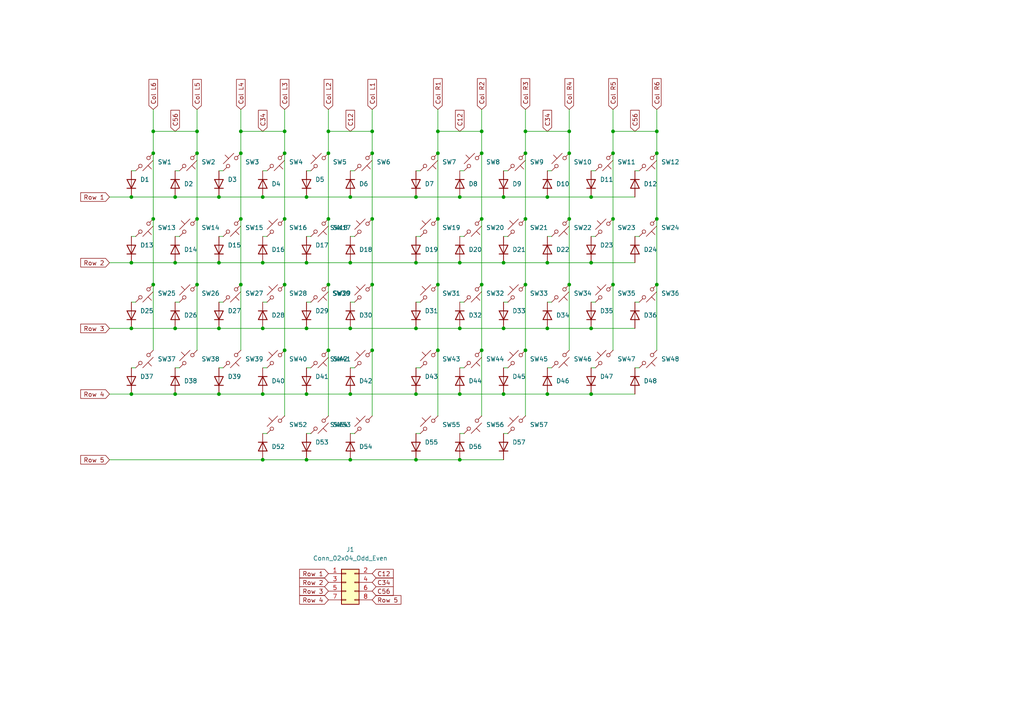
<source format=kicad_sch>
(kicad_sch (version 20230121) (generator eeschema)
  (paper "A4")
  (title_block (title "Pragmatic 54A (Duplex Matrix)") (date "2023-09-16") (rev "1") (company "Pragmatic Inc.") (comment 1 "by James Sa"))
  (lib_symbols
    (symbol "Connector_Generic:Conn_02x04_Odd_Even" (pin_names (offset 1.016) hide)
      (property "Reference" "J" (at 1.27 5.08 0))
      (property "Value" "Conn_02x04_Odd_Even" (at 1.27 -7.62 0))
      (symbol "Conn_02x04_Odd_Even_1_1"
        (rectangle (start -1.27 -4.953) (end 0 -5.207) (stroke (width 0.1524)))
        (rectangle (start -1.27 -2.413) (end 0 -2.667) (stroke (width 0.1524)))
        (rectangle (start -1.27 0.127) (end 0 -0.127) (stroke (width 0.1524)))
        (rectangle (start -1.27 2.667) (end 0 2.413) (stroke (width 0.1524)))
        (rectangle (start -1.27 3.81) (end 3.81 -6.35) (stroke (width 0.254)) (fill (type background)))
        (rectangle (start 3.81 -4.953) (end 2.54 -5.207) (stroke (width 0.1524)))
        (rectangle (start 3.81 -2.413) (end 2.54 -2.667) (stroke (width 0.1524)))
        (rectangle (start 3.81 0.127) (end 2.54 -0.127) (stroke (width 0.1524)))
        (rectangle (start 3.81 2.667) (end 2.54 2.413) (stroke (width 0.1524)))
        (pin passive line (at -5.08 2.54 0) (length 3.81) (name "Pin_1") (number "1"))
        (pin passive line (at 7.62 2.54 180) (length 3.81) (name "Pin_2") (number "2"))
        (pin passive line (at -5.08 0 0) (length 3.81) (name "Pin_3") (number "3"))
        (pin passive line (at 7.62 0 180) (length 3.81) (name "Pin_4") (number "4"))
        (pin passive line (at -5.08 -2.54 0) (length 3.81) (name "Pin_5") (number "5"))
        (pin passive line (at 7.62 -2.54 180) (length 3.81) (name "Pin_6") (number "6"))
        (pin passive line (at -5.08 -5.08 0) (length 3.81) (name "Pin_7") (number "7"))
        (pin passive line (at 7.62 -5.08 180) (length 3.81) (name "Pin_8") (number "8"))
      )
    )
    (symbol "Diode:1N4448W" (pin_numbers hide) (pin_names hide)
      (property "Reference" "D" (at 0 2.54 0))
      (property "Value" "1N4448W" (at 0 -2.54 0))
      (symbol "1N4448W_0_1"
        (polyline (pts (xy -1.27 1.27) (xy -1.27 -1.27)) (stroke (width 0.254)))
        (polyline (pts (xy 1.27 0) (xy -1.27 0)))
        (polyline (pts (xy 1.27 1.27) (xy 1.27 -1.27) (xy -1.27 0) (xy 1.27 1.27)) (stroke (width 0.254)))
      )
      (symbol "1N4448W_1_1"
        (pin passive line (at -3.81 0 0) (length 2.54) (name "K") (number "1"))
        (pin passive line (at 3.81 0 180) (length 2.54) (name "A") (number "2"))
      )
    )
    (symbol "Switch:SW_Push_45deg" (pin_numbers hide) (pin_names (offset 1.016) hide)
      (property "Reference" "SW" (at 3.048 1.016 0))
      (property "Value" "SW_Push_45deg" (at 0 -3.81 0))
      (symbol "SW_Push_45deg_0_1"
        (circle (center -1.1684 1.1684) (radius 0.508))
        (polyline (pts (xy -0.508 2.54) (xy 2.54 -0.508)))
        (polyline (pts (xy 1.016 1.016) (xy 2.032 2.032)))
        (polyline (pts (xy -2.54 2.54) (xy -1.524 1.524) (xy -1.524 1.524)))
        (polyline (pts (xy 1.524 -1.524) (xy 2.54 -2.54) (xy 2.54 -2.54) (xy 2.54 -2.54)))
        (circle (center 1.143 -1.1938) (radius 0.508))
        (pin passive line (at -2.54 2.54 0) (length 0) (name "1") (number "1"))
        (pin passive line (at 2.54 -2.54 180) (length 0) (name "2") (number "2"))
      )
    )
  )
  (junction (at 139.7 101.6))
  (junction (at 127 82.55))
  (junction (at 38.1 95.25))
  (junction (at 165.1 44.45))
  (junction (at 107.95 101.6))
  (junction (at 101.6 95.25))
  (junction (at 44.45 82.55))
  (junction (at 146.05 95.25))
  (junction (at 139.7 38.1))
  (junction (at 146.05 57.15))
  (junction (at 88.9 95.25))
  (junction (at 95.25 38.1))
  (junction (at 57.15 63.5))
  (junction (at 69.85 44.45))
  (junction (at 171.45 76.2))
  (junction (at 152.4 38.1))
  (junction (at 107.95 82.55))
  (junction (at 63.5 76.2))
  (junction (at 101.6 133.35))
  (junction (at 57.15 82.55))
  (junction (at 171.45 95.25))
  (junction (at 76.2 57.15))
  (junction (at 158.75 95.25))
  (junction (at 152.4 63.5))
  (junction (at 50.8 95.25))
  (junction (at 165.1 63.5))
  (junction (at 177.8 44.45))
  (junction (at 63.5 57.15))
  (junction (at 88.9 114.3))
  (junction (at 76.2 114.3))
  (junction (at 69.85 63.5))
  (junction (at 38.1 114.3))
  (junction (at 120.65 57.15))
  (junction (at 152.4 82.55))
  (junction (at 165.1 38.1))
  (junction (at 152.4 101.6))
  (junction (at 82.55 101.6))
  (junction (at 120.65 76.2))
  (junction (at 120.65 133.35))
  (junction (at 44.45 63.5))
  (junction (at 133.35 95.25))
  (junction (at 177.8 38.1))
  (junction (at 190.5 38.1))
  (junction (at 69.85 38.1))
  (junction (at 139.7 44.45))
  (junction (at 88.9 57.15))
  (junction (at 127 63.5))
  (junction (at 133.35 114.3))
  (junction (at 146.05 114.3))
  (junction (at 120.65 114.3))
  (junction (at 63.5 95.25))
  (junction (at 107.95 38.1))
  (junction (at 139.7 82.55))
  (junction (at 76.2 95.25))
  (junction (at 88.9 76.2))
  (junction (at 38.1 57.15))
  (junction (at 82.55 82.55))
  (junction (at 76.2 133.35))
  (junction (at 127 101.6))
  (junction (at 101.6 57.15))
  (junction (at 190.5 82.55))
  (junction (at 50.8 114.3))
  (junction (at 165.1 82.55))
  (junction (at 190.5 63.5))
  (junction (at 133.35 133.35))
  (junction (at 133.35 76.2))
  (junction (at 107.95 63.5))
  (junction (at 127 38.1))
  (junction (at 50.8 76.2))
  (junction (at 82.55 38.1))
  (junction (at 101.6 114.3))
  (junction (at 127 44.45))
  (junction (at 57.15 44.45))
  (junction (at 120.65 95.25))
  (junction (at 82.55 63.5))
  (junction (at 171.45 114.3))
  (junction (at 76.2 76.2))
  (junction (at 44.45 44.45))
  (junction (at 107.95 44.45))
  (junction (at 95.25 82.55))
  (junction (at 171.45 57.15))
  (junction (at 63.5 114.3))
  (junction (at 101.6 76.2))
  (junction (at 44.45 38.1))
  (junction (at 133.35 57.15))
  (junction (at 82.55 44.45))
  (junction (at 158.75 76.2))
  (junction (at 177.8 63.5))
  (junction (at 158.75 57.15))
  (junction (at 158.75 114.3))
  (junction (at 177.8 82.55))
  (junction (at 50.8 57.15))
  (junction (at 190.5 44.45))
  (junction (at 95.25 63.5))
  (junction (at 95.25 101.6))
  (junction (at 152.4 44.45))
  (junction (at 95.25 44.45))
  (junction (at 57.15 38.1))
  (junction (at 88.9 133.35))
  (junction (at 69.85 82.55))
  (junction (at 38.1 76.2))
  (junction (at 139.7 63.5))
  (junction (at 146.05 76.2))
  (wire (pts (xy 172.72 87.63) (xy 171.45 87.63)))
  (wire (pts (xy 57.15 63.5) (xy 57.15 82.55)))
  (wire (pts (xy 76.2 95.25) (xy 88.9 95.25)))
  (wire (pts (xy 76.2 57.15) (xy 88.9 57.15)))
  (wire (pts (xy 76.2 114.3) (xy 88.9 114.3)))
  (wire (pts (xy 107.95 82.55) (xy 107.95 101.6)))
  (wire (pts (xy 127 31.75) (xy 127 38.1)))
  (wire (pts (xy 76.2 125.73) (xy 77.47 125.73)))
  (wire (pts (xy 69.85 44.45) (xy 69.85 63.5)))
  (wire (pts (xy 165.1 38.1) (xy 165.1 44.45)))
  (wire (pts (xy 120.65 133.35) (xy 133.35 133.35)))
  (wire (pts (xy 69.85 38.1) (xy 69.85 44.45)))
  (wire (pts (xy 165.1 31.75) (xy 165.1 38.1)))
  (wire (pts (xy 177.8 31.75) (xy 177.8 38.1)))
  (wire (pts (xy 158.75 68.58) (xy 160.02 68.58)))
  (wire (pts (xy 76.2 87.63) (xy 77.47 87.63)))
  (wire (pts (xy 171.45 76.2) (xy 184.15 76.2)))
  (wire (pts (xy 158.75 76.2) (xy 171.45 76.2)))
  (wire (pts (xy 146.05 114.3) (xy 158.75 114.3)))
  (wire (pts (xy 76.2 133.35) (xy 88.9 133.35)))
  (wire (pts (xy 50.8 49.53) (xy 52.07 49.53)))
  (wire (pts (xy 64.77 87.63) (xy 63.5 87.63)))
  (wire (pts (xy 152.4 38.1) (xy 152.4 44.45)))
  (wire (pts (xy 152.4 63.5) (xy 152.4 82.55)))
  (wire (pts (xy 133.35 68.58) (xy 134.62 68.58)))
  (wire (pts (xy 44.45 63.5) (xy 44.45 82.55)))
  (wire (pts (xy 38.1 95.25) (xy 50.8 95.25)))
  (wire (pts (xy 147.32 87.63) (xy 146.05 87.63)))
  (wire (pts (xy 69.85 63.5) (xy 69.85 82.55)))
  (wire (pts (xy 121.92 106.68) (xy 120.65 106.68)))
  (wire (pts (xy 82.55 63.5) (xy 82.55 82.55)))
  (wire (pts (xy 95.25 38.1) (xy 107.95 38.1)))
  (wire (pts (xy 57.15 31.75) (xy 57.15 38.1)))
  (wire (pts (xy 121.92 68.58) (xy 120.65 68.58)))
  (wire (pts (xy 69.85 82.55) (xy 69.85 101.6)))
  (wire (pts (xy 133.35 114.3) (xy 146.05 114.3)))
  (wire (pts (xy 107.95 63.5) (xy 107.95 82.55)))
  (wire (pts (xy 101.6 106.68) (xy 102.87 106.68)))
  (wire (pts (xy 120.65 49.53) (xy 121.92 49.53)))
  (wire (pts (xy 50.8 76.2) (xy 63.5 76.2)))
  (wire (pts (xy 57.15 38.1) (xy 57.15 44.45)))
  (wire (pts (xy 82.55 44.45) (xy 82.55 63.5)))
  (wire (pts (xy 82.55 31.75) (xy 82.55 38.1)))
  (wire (pts (xy 158.75 57.15) (xy 171.45 57.15)))
  (wire (pts (xy 184.15 68.58) (xy 185.42 68.58)))
  (wire (pts (xy 190.5 63.5) (xy 190.5 82.55)))
  (wire (pts (xy 177.8 82.55) (xy 177.8 101.6)))
  (wire (pts (xy 158.75 114.3) (xy 171.45 114.3)))
  (wire (pts (xy 101.6 57.15) (xy 120.65 57.15)))
  (wire (pts (xy 133.35 87.63) (xy 134.62 87.63)))
  (wire (pts (xy 158.75 49.53) (xy 160.02 49.53)))
  (wire (pts (xy 63.5 95.25) (xy 76.2 95.25)))
  (wire (pts (xy 184.15 87.63) (xy 185.42 87.63)))
  (wire (pts (xy 90.17 68.58) (xy 88.9 68.58)))
  (wire (pts (xy 177.8 38.1) (xy 177.8 44.45)))
  (wire (pts (xy 165.1 44.45) (xy 165.1 63.5)))
  (wire (pts (xy 133.35 133.35) (xy 146.05 133.35)))
  (wire (pts (xy 158.75 106.68) (xy 160.02 106.68)))
  (wire (pts (xy 147.32 106.68) (xy 146.05 106.68)))
  (wire (pts (xy 190.5 38.1) (xy 190.5 44.45)))
  (wire (pts (xy 95.25 44.45) (xy 95.25 63.5)))
  (wire (pts (xy 152.4 101.6) (xy 152.4 120.65)))
  (wire (pts (xy 139.7 82.55) (xy 139.7 101.6)))
  (wire (pts (xy 88.9 57.15) (xy 101.6 57.15)))
  (wire (pts (xy 172.72 68.58) (xy 171.45 68.58)))
  (wire (pts (xy 95.25 101.6) (xy 95.25 120.65)))
  (wire (pts (xy 120.65 76.2) (xy 133.35 76.2)))
  (wire (pts (xy 171.45 57.15) (xy 184.15 57.15)))
  (wire (pts (xy 63.5 57.15) (xy 76.2 57.15)))
  (wire (pts (xy 121.92 125.73) (xy 120.65 125.73)))
  (wire (pts (xy 44.45 38.1) (xy 57.15 38.1)))
  (wire (pts (xy 158.75 95.25) (xy 171.45 95.25)))
  (wire (pts (xy 39.37 87.63) (xy 38.1 87.63)))
  (wire (pts (xy 44.45 31.75) (xy 44.45 38.1)))
  (wire (pts (xy 165.1 63.5) (xy 165.1 82.55)))
  (wire (pts (xy 95.25 63.5) (xy 95.25 82.55)))
  (wire (pts (xy 90.17 106.68) (xy 88.9 106.68)))
  (wire (pts (xy 88.9 49.53) (xy 90.17 49.53)))
  (wire (pts (xy 50.8 95.25) (xy 63.5 95.25)))
  (wire (pts (xy 64.77 68.58) (xy 63.5 68.58)))
  (wire (pts (xy 139.7 38.1) (xy 139.7 44.45)))
  (wire (pts (xy 95.25 38.1) (xy 95.25 44.45)))
  (wire (pts (xy 88.9 76.2) (xy 101.6 76.2)))
  (wire (pts (xy 107.95 38.1) (xy 107.95 44.45)))
  (wire (pts (xy 133.35 125.73) (xy 134.62 125.73)))
  (wire (pts (xy 147.32 125.73) (xy 146.05 125.73)))
  (wire (pts (xy 120.65 114.3) (xy 133.35 114.3)))
  (wire (pts (xy 31.75 57.15) (xy 38.1 57.15)))
  (wire (pts (xy 31.75 95.25) (xy 38.1 95.25)))
  (wire (pts (xy 127 38.1) (xy 127 44.45)))
  (wire (pts (xy 121.92 87.63) (xy 120.65 87.63)))
  (wire (pts (xy 158.75 87.63) (xy 160.02 87.63)))
  (wire (pts (xy 133.35 76.2) (xy 146.05 76.2)))
  (wire (pts (xy 57.15 82.55) (xy 57.15 101.6)))
  (wire (pts (xy 101.6 87.63) (xy 102.87 87.63)))
  (wire (pts (xy 177.8 44.45) (xy 177.8 63.5)))
  (wire (pts (xy 152.4 38.1) (xy 165.1 38.1)))
  (wire (pts (xy 76.2 106.68) (xy 77.47 106.68)))
  (wire (pts (xy 152.4 82.55) (xy 152.4 101.6)))
  (wire (pts (xy 133.35 95.25) (xy 146.05 95.25)))
  (wire (pts (xy 50.8 114.3) (xy 63.5 114.3)))
  (wire (pts (xy 165.1 82.55) (xy 165.1 101.6)))
  (wire (pts (xy 39.37 68.58) (xy 38.1 68.58)))
  (wire (pts (xy 133.35 49.53) (xy 134.62 49.53)))
  (wire (pts (xy 31.75 114.3) (xy 38.1 114.3)))
  (wire (pts (xy 146.05 49.53) (xy 147.32 49.53)))
  (wire (pts (xy 90.17 87.63) (xy 88.9 87.63)))
  (wire (pts (xy 76.2 76.2) (xy 88.9 76.2)))
  (wire (pts (xy 152.4 44.45) (xy 152.4 63.5)))
  (wire (pts (xy 44.45 82.55) (xy 44.45 101.6)))
  (wire (pts (xy 133.35 57.15) (xy 146.05 57.15)))
  (wire (pts (xy 139.7 63.5) (xy 139.7 82.55)))
  (wire (pts (xy 31.75 133.35) (xy 76.2 133.35)))
  (wire (pts (xy 95.25 82.55) (xy 95.25 101.6)))
  (wire (pts (xy 88.9 114.3) (xy 101.6 114.3)))
  (wire (pts (xy 88.9 133.35) (xy 101.6 133.35)))
  (wire (pts (xy 38.1 76.2) (xy 50.8 76.2)))
  (wire (pts (xy 171.45 49.53) (xy 172.72 49.53)))
  (wire (pts (xy 184.15 49.53) (xy 185.42 49.53)))
  (wire (pts (xy 139.7 31.75) (xy 139.7 38.1)))
  (wire (pts (xy 38.1 114.3) (xy 50.8 114.3)))
  (wire (pts (xy 139.7 44.45) (xy 139.7 63.5)))
  (wire (pts (xy 107.95 101.6) (xy 107.95 120.65)))
  (wire (pts (xy 127 38.1) (xy 139.7 38.1)))
  (wire (pts (xy 39.37 106.68) (xy 38.1 106.68)))
  (wire (pts (xy 190.5 31.75) (xy 190.5 38.1)))
  (wire (pts (xy 63.5 114.3) (xy 76.2 114.3)))
  (wire (pts (xy 82.55 82.55) (xy 82.55 101.6)))
  (wire (pts (xy 88.9 95.25) (xy 101.6 95.25)))
  (wire (pts (xy 101.6 114.3) (xy 120.65 114.3)))
  (wire (pts (xy 95.25 31.75) (xy 95.25 38.1)))
  (wire (pts (xy 133.35 106.68) (xy 134.62 106.68)))
  (wire (pts (xy 64.77 106.68) (xy 63.5 106.68)))
  (wire (pts (xy 139.7 101.6) (xy 139.7 120.65)))
  (wire (pts (xy 184.15 106.68) (xy 185.42 106.68)))
  (wire (pts (xy 101.6 95.25) (xy 120.65 95.25)))
  (wire (pts (xy 190.5 82.55) (xy 190.5 101.6)))
  (wire (pts (xy 147.32 68.58) (xy 146.05 68.58)))
  (wire (pts (xy 38.1 57.15) (xy 50.8 57.15)))
  (wire (pts (xy 90.17 125.73) (xy 88.9 125.73)))
  (wire (pts (xy 76.2 49.53) (xy 77.47 49.53)))
  (wire (pts (xy 76.2 68.58) (xy 77.47 68.58)))
  (wire (pts (xy 146.05 57.15) (xy 158.75 57.15)))
  (wire (pts (xy 190.5 44.45) (xy 190.5 63.5)))
  (wire (pts (xy 57.15 44.45) (xy 57.15 63.5)))
  (wire (pts (xy 107.95 31.75) (xy 107.95 38.1)))
  (wire (pts (xy 50.8 57.15) (xy 63.5 57.15)))
  (wire (pts (xy 69.85 31.75) (xy 69.85 38.1)))
  (wire (pts (xy 101.6 133.35) (xy 120.65 133.35)))
  (wire (pts (xy 69.85 38.1) (xy 82.55 38.1)))
  (wire (pts (xy 172.72 106.68) (xy 171.45 106.68)))
  (wire (pts (xy 82.55 38.1) (xy 82.55 44.45)))
  (wire (pts (xy 127 63.5) (xy 127 82.55)))
  (wire (pts (xy 63.5 76.2) (xy 76.2 76.2)))
  (wire (pts (xy 101.6 68.58) (xy 102.87 68.58)))
  (wire (pts (xy 177.8 38.1) (xy 190.5 38.1)))
  (wire (pts (xy 44.45 38.1) (xy 44.45 44.45)))
  (wire (pts (xy 127 101.6) (xy 127 120.65)))
  (wire (pts (xy 63.5 49.53) (xy 64.77 49.53)))
  (wire (pts (xy 177.8 63.5) (xy 177.8 82.55)))
  (wire (pts (xy 50.8 106.68) (xy 52.07 106.68)))
  (wire (pts (xy 171.45 95.25) (xy 184.15 95.25)))
  (wire (pts (xy 120.65 95.25) (xy 133.35 95.25)))
  (wire (pts (xy 120.65 57.15) (xy 133.35 57.15)))
  (wire (pts (xy 50.8 87.63) (xy 52.07 87.63)))
  (wire (pts (xy 44.45 44.45) (xy 44.45 63.5)))
  (wire (pts (xy 127 44.45) (xy 127 63.5)))
  (wire (pts (xy 171.45 114.3) (xy 184.15 114.3)))
  (wire (pts (xy 107.95 44.45) (xy 107.95 63.5)))
  (wire (pts (xy 101.6 125.73) (xy 102.87 125.73)))
  (wire (pts (xy 101.6 76.2) (xy 120.65 76.2)))
  (wire (pts (xy 146.05 95.25) (xy 158.75 95.25)))
  (wire (pts (xy 31.75 76.2) (xy 38.1 76.2)))
  (wire (pts (xy 146.05 76.2) (xy 158.75 76.2)))
  (wire (pts (xy 152.4 31.75) (xy 152.4 38.1)))
  (wire (pts (xy 127 82.55) (xy 127 101.6)))
  (wire (pts (xy 50.8 68.58) (xy 52.07 68.58)))
  (wire (pts (xy 38.1 49.53) (xy 39.37 49.53)))
  (wire (pts (xy 82.55 101.6) (xy 82.55 120.65)))
  (wire (pts (xy 101.6 49.53) (xy 102.87 49.53)))
  (global_label "Row 4" (shape input) (at 95.25 173.99 180) (property "Intersheetrefs" "${INTERSHEET_REFS}" (effects hide)))
  (global_label "Col L2" (shape input) (at 95.25 31.75 90) (property "Intersheetrefs" "${INTERSHEET_REFS}" (effects hide)))
  (global_label "C56" (shape input) (at 107.95 171.45 0) (property "Intersheetrefs" "${INTERSHEET_REFS}" (effects hide)))
  (global_label "Col R3" (shape input) (at 152.4 31.75 90) (property "Intersheetrefs" "${INTERSHEET_REFS}" (effects hide)))
  (global_label "Col R4" (shape input) (at 165.1 31.75 90) (property "Intersheetrefs" "${INTERSHEET_REFS}" (effects hide)))
  (global_label "C12" (shape input) (at 101.6 38.1 90) (property "Intersheetrefs" "${INTERSHEET_REFS}" (effects hide)))
  (global_label "Col R5" (shape input) (at 177.8 31.75 90) (property "Intersheetrefs" "${INTERSHEET_REFS}" (effects hide)))
  (global_label "C34" (shape input) (at 158.75 38.1 90) (property "Intersheetrefs" "${INTERSHEET_REFS}" (effects hide)))
  (global_label "C56" (shape input) (at 184.15 38.1 90) (property "Intersheetrefs" "${INTERSHEET_REFS}" (effects hide)))
  (global_label "C12" (shape input) (at 133.35 38.1 90) (property "Intersheetrefs" "${INTERSHEET_REFS}" (effects hide)))
  (global_label "Row 2" (shape input) (at 31.75 76.2 180) (property "Intersheetrefs" "${INTERSHEET_REFS}" (effects hide)))
  (global_label "Row 5" (shape input) (at 107.95 173.99 0) (property "Intersheetrefs" "${INTERSHEET_REFS}" (effects hide)))
  (global_label "Col L5" (shape input) (at 57.15 31.75 90) (property "Intersheetrefs" "${INTERSHEET_REFS}" (effects hide)))
  (global_label "Col L3" (shape input) (at 82.55 31.75 90) (property "Intersheetrefs" "${INTERSHEET_REFS}" (effects hide)))
  (global_label "Row 5" (shape input) (at 31.75 133.35 180) (property "Intersheetrefs" "${INTERSHEET_REFS}" (effects hide)))
  (global_label "Col L6" (shape input) (at 44.45 31.75 90) (property "Intersheetrefs" "${INTERSHEET_REFS}" (effects hide)))
  (global_label "Col L1" (shape input) (at 107.95 31.75 90) (property "Intersheetrefs" "${INTERSHEET_REFS}" (effects hide)))
  (global_label "C56" (shape input) (at 50.8 38.1 90) (property "Intersheetrefs" "${INTERSHEET_REFS}" (effects hide)))
  (global_label "Row 3" (shape input) (at 95.25 171.45 180) (property "Intersheetrefs" "${INTERSHEET_REFS}" (effects hide)))
  (global_label "C12" (shape input) (at 107.95 166.37 0) (property "Intersheetrefs" "${INTERSHEET_REFS}" (effects hide)))
  (global_label "Col L4" (shape input) (at 69.85 31.75 90) (property "Intersheetrefs" "${INTERSHEET_REFS}" (effects hide)))
  (global_label "Row 4" (shape input) (at 31.75 114.3 180) (property "Intersheetrefs" "${INTERSHEET_REFS}" (effects hide)))
  (global_label "Row 1" (shape input) (at 31.75 57.15 180) (property "Intersheetrefs" "${INTERSHEET_REFS}" (effects hide)))
  (global_label "Col R1" (shape input) (at 127 31.75 90) (property "Intersheetrefs" "${INTERSHEET_REFS}" (effects hide)))
  (global_label "Row 3" (shape input) (at 31.75 95.25 180) (property "Intersheetrefs" "${INTERSHEET_REFS}" (effects hide)))
  (global_label "Col R2" (shape input) (at 139.7 31.75 90) (property "Intersheetrefs" "${INTERSHEET_REFS}" (effects hide)))
  (global_label "C34" (shape input) (at 76.2 38.1 90) (property "Intersheetrefs" "${INTERSHEET_REFS}" (effects hide)))
  (global_label "Row 2" (shape input) (at 95.25 168.91 180) (property "Intersheetrefs" "${INTERSHEET_REFS}" (effects hide)))
  (global_label "Col R6" (shape input) (at 190.5 31.75 90) (property "Intersheetrefs" "${INTERSHEET_REFS}" (effects hide)))
  (global_label "C34" (shape input) (at 107.95 168.91 0) (property "Intersheetrefs" "${INTERSHEET_REFS}" (effects hide)))
  (global_label "Row 1" (shape input) (at 95.25 166.37 180) (property "Intersheetrefs" "${INTERSHEET_REFS}" (effects hide)))
  (symbol (lib_id "Diode:1N4448W") (at 146.05 72.39 90) (unit 1)
    (property "Reference" "D21" (at 148.59 72.3899 90) (effects (justify right)))
    (property "Value" "1N4448W" (effects hide))
    (property "Footprint" "Keyboard_Foostan:D3_SMD_v2" (effects hide))
    (property "Datasheet" "https://www.vishay.com/docs/85722/1n4448w.pdf" (effects hide))
  )
  (symbol (lib_id "Diode:1N4448W") (at 38.1 91.44 90) (unit 1)
    (property "Reference" "D25" (at 40.64 90.1699 90) (effects (justify right)))
    (property "Value" "1N4448W" (effects hide))
    (property "Footprint" "Keyboard_Foostan:D3_SMD_v2" (effects hide))
    (property "Datasheet" "https://www.vishay.com/docs/85722/1n4448w.pdf" (effects hide))
  )
  (symbol (lib_id "Diode:1N4448W") (at 171.45 53.34 90) (unit 1)
    (property "Reference" "D11" (at 173.99 52.0699 90) (effects (justify right)))
    (property "Value" "1N4448W" (effects hide))
    (property "Footprint" "Keyboard_Foostan:D3_SMD_v2" (effects hide))
    (property "Datasheet" "https://www.vishay.com/docs/85722/1n4448w.pdf" (effects hide))
  )
  (symbol (lib_id "Diode:1N4448W") (at 38.1 110.49 90) (unit 1)
    (property "Reference" "D37" (at 40.64 109.2199 90) (effects (justify right)))
    (property "Value" "1N4448W" (effects hide))
    (property "Footprint" "Keyboard_Foostan:D3_SMD_v2" (effects hide))
    (property "Datasheet" "https://www.vishay.com/docs/85722/1n4448w.pdf" (effects hide))
  )
  (symbol (lib_id "Switch:SW_Push_45deg") (at 54.61 66.04 90) (unit 1)
    (property "Reference" "SW14" (at 58.42 66.04 90) (effects (justify right)))
    (property "Value" "SW_Push_45deg" (effects hide))
    (property "Footprint" "Keyboard_JSA:MX_Hotswap Reverse" (effects hide))
  )
  (symbol (lib_id "Switch:SW_Push_45deg") (at 149.86 85.09 90) (unit 1)
    (property "Reference" "SW33" (at 153.67 85.09 90) (effects (justify right)))
    (property "Value" "SW_Push_45deg" (effects hide))
    (property "Footprint" "Keyboard_JSA:MX_Hotswap" (effects hide))
  )
  (symbol (lib_id "Diode:1N4448W") (at 120.65 72.39 90) (unit 1)
    (property "Reference" "D19" (at 123.19 72.3899 90) (effects (justify right)))
    (property "Value" "1N4448W" (effects hide))
    (property "Footprint" "Keyboard_Foostan:D3_SMD_v2" (effects hide))
    (property "Datasheet" "https://www.vishay.com/docs/85722/1n4448w.pdf" (effects hide))
  )
  (symbol (lib_id "Switch:SW_Push_45deg") (at 41.91 104.14 270) (unit 1)
    (property "Reference" "SW37" (at 45.72 104.14 90) (effects (justify left)))
    (property "Value" "SW_Push_45deg" (effects hide))
    (property "Footprint" "Keyboard_JSA:MX_Hotswap Reverse" (effects hide))
  )
  (symbol (lib_id "Switch:SW_Push_45deg") (at 149.86 66.04 90) (unit 1)
    (property "Reference" "SW21" (at 153.67 66.04 90) (effects (justify right)))
    (property "Value" "SW_Push_45deg" (effects hide))
    (property "Footprint" "Keyboard_JSA:MX_Hotswap" (effects hide))
  )
  (symbol (lib_id "Switch:SW_Push_45deg") (at 105.41 123.19 90) (unit 1)
    (property "Reference" "SW54" (at 100.965 123.19 90) (effects (justify left)))
    (property "Value" "SW_Push_45deg" (effects hide))
    (property "Footprint" "Keyboard_JSA:MX_Hotswap Reverse" (effects hide))
  )
  (symbol (lib_id "Diode:1N4448W") (at 63.5 53.34 90) (unit 1)
    (property "Reference" "D3" (at 66.04 52.0699 90) (effects (justify right)))
    (property "Value" "1N4448W" (effects hide))
    (property "Footprint" "Keyboard_Foostan:D3_SMD_v2" (effects hide))
    (property "Datasheet" "https://www.vishay.com/docs/85722/1n4448w.pdf" (effects hide))
  )
  (symbol (lib_id "Diode:1N4448W") (at 120.65 110.49 90) (unit 1)
    (property "Reference" "D43" (at 123.19 109.2199 90) (effects (justify right)))
    (property "Value" "1N4448W" (effects hide))
    (property "Footprint" "Keyboard_Foostan:D3_SMD_v2" (effects hide))
    (property "Datasheet" "https://www.vishay.com/docs/85722/1n4448w.pdf" (effects hide))
  )
  (symbol (lib_id "Switch:SW_Push_45deg") (at 149.86 104.14 90) (unit 1)
    (property "Reference" "SW45" (at 153.67 104.14 90) (effects (justify right)))
    (property "Value" "SW_Push_45deg" (effects hide))
    (property "Footprint" "Keyboard_JSA:MX_Hotswap" (effects hide))
  )
  (symbol (lib_id "Switch:SW_Push_45deg") (at 80.01 85.09 90) (unit 1)
    (property "Reference" "SW28" (at 83.82 85.09 90) (effects (justify right)))
    (property "Value" "SW_Push_45deg" (effects hide))
    (property "Footprint" "Keyboard_JSA:MX_Hotswap Reverse" (effects hide))
  )
  (symbol (lib_id "Diode:1N4448W") (at 158.75 53.34 270) (unit 1)
    (property "Reference" "D10" (at 161.29 53.3399 90) (effects (justify left)))
    (property "Value" "1N4448W" (effects hide))
    (property "Footprint" "Keyboard_Foostan:D3_SMD_v2" (effects hide))
    (property "Datasheet" "https://www.vishay.com/docs/85722/1n4448w.pdf" (effects hide))
  )
  (symbol (lib_id "Diode:1N4448W") (at 88.9 72.39 90) (unit 1)
    (property "Reference" "D17" (at 91.44 71.1199 90) (effects (justify right)))
    (property "Value" "1N4448W" (effects hide))
    (property "Footprint" "Keyboard_Foostan:D3_SMD_v2" (effects hide))
    (property "Datasheet" "https://www.vishay.com/docs/85722/1n4448w.pdf" (effects hide))
  )
  (symbol (lib_id "Diode:1N4448W") (at 63.5 72.39 90) (unit 1)
    (property "Reference" "D15" (at 66.04 71.1199 90) (effects (justify right)))
    (property "Value" "1N4448W" (effects hide))
    (property "Footprint" "Keyboard_Foostan:D3_SMD_v2" (effects hide))
    (property "Datasheet" "https://www.vishay.com/docs/85722/1n4448w.pdf" (effects hide))
  )
  (symbol (lib_id "Switch:SW_Push_45deg") (at 137.16 66.04 270) (unit 1)
    (property "Reference" "SW20" (at 140.97 66.0399 90) (effects (justify left)))
    (property "Value" "SW_Push_45deg" (effects hide))
    (property "Footprint" "Keyboard_JSA:MX_Hotswap" (effects hide))
  )
  (symbol (lib_id "Diode:1N4448W") (at 88.9 110.49 90) (unit 1)
    (property "Reference" "D41" (at 91.44 109.2199 90) (effects (justify right)))
    (property "Value" "1N4448W" (effects hide))
    (property "Footprint" "Keyboard_Foostan:D3_SMD_v2" (effects hide))
    (property "Datasheet" "https://www.vishay.com/docs/85722/1n4448w.pdf" (effects hide))
  )
  (symbol (lib_id "Diode:1N4448W") (at 38.1 72.39 90) (unit 1)
    (property "Reference" "D13" (at 40.64 71.1199 90) (effects (justify right)))
    (property "Value" "1N4448W" (effects hide))
    (property "Footprint" "Keyboard_Foostan:D3_SMD_v2" (effects hide))
    (property "Datasheet" "https://www.vishay.com/docs/85722/1n4448w.pdf" (effects hide))
  )
  (symbol (lib_id "Switch:SW_Push_45deg") (at 67.31 85.09 270) (unit 1)
    (property "Reference" "SW27" (at 71.12 85.09 90) (effects (justify left)))
    (property "Value" "SW_Push_45deg" (effects hide))
    (property "Footprint" "Keyboard_JSA:MX_Hotswap Reverse" (effects hide))
  )
  (symbol (lib_id "Switch:SW_Push_45deg") (at 187.96 85.09 270) (unit 1)
    (property "Reference" "SW36" (at 191.77 85.0899 90) (effects (justify left)))
    (property "Value" "SW_Push_45deg" (effects hide))
    (property "Footprint" "Keyboard_JSA:MX_Hotswap" (effects hide))
  )
  (symbol (lib_id "Switch:SW_Push_45deg") (at 175.26 85.09 90) (unit 1)
    (property "Reference" "SW35" (at 179.07 85.09 90) (effects (justify right)))
    (property "Value" "SW_Push_45deg" (effects hide))
    (property "Footprint" "Keyboard_JSA:MX_Hotswap" (effects hide))
  )
  (symbol (lib_id "Switch:SW_Push_45deg") (at 137.16 85.09 270) (unit 1)
    (property "Reference" "SW32" (at 140.97 85.0899 90) (effects (justify left)))
    (property "Value" "SW_Push_45deg" (effects hide))
    (property "Footprint" "Keyboard_JSA:MX_Hotswap" (effects hide))
  )
  (symbol (lib_id "Switch:SW_Push_45deg") (at 175.26 46.99 270) (unit 1)
    (property "Reference" "SW11" (at 179.07 46.99 90) (effects (justify left)))
    (property "Value" "SW_Push_45deg" (effects hide))
    (property "Footprint" "Keyboard_JSA:MX_Hotswap" (effects hide))
  )
  (symbol (lib_id "Switch:SW_Push_45deg") (at 54.61 104.14 90) (unit 1)
    (property "Reference" "SW38" (at 58.42 104.14 90) (effects (justify right)))
    (property "Value" "SW_Push_45deg" (effects hide))
    (property "Footprint" "Keyboard_JSA:MX_Hotswap Reverse" (effects hide))
  )
  (symbol (lib_id "Switch:SW_Push_45deg") (at 124.46 85.09 90) (unit 1)
    (property "Reference" "SW31" (at 128.27 85.09 90) (effects (justify right)))
    (property "Value" "SW_Push_45deg" (effects hide))
    (property "Footprint" "Keyboard_JSA:MX_Hotswap" (effects hide))
  )
  (symbol (lib_id "Switch:SW_Push_45deg") (at 124.46 46.99 270) (unit 1)
    (property "Reference" "SW7" (at 128.27 46.99 90) (effects (justify left)))
    (property "Value" "SW_Push_45deg" (effects hide))
    (property "Footprint" "Keyboard_JSA:MX_Hotswap" (effects hide))
  )
  (symbol (lib_id "Diode:1N4448W") (at 120.65 91.44 90) (unit 1)
    (property "Reference" "D31" (at 123.19 90.1699 90) (effects (justify right)))
    (property "Value" "1N4448W" (effects hide))
    (property "Footprint" "Keyboard_Foostan:D3_SMD_v2" (effects hide))
    (property "Datasheet" "https://www.vishay.com/docs/85722/1n4448w.pdf" (effects hide))
  )
  (symbol (lib_id "Switch:SW_Push_45deg") (at 41.91 85.09 270) (unit 1)
    (property "Reference" "SW25" (at 45.72 85.09 90) (effects (justify left)))
    (property "Value" "SW_Push_45deg" (effects hide))
    (property "Footprint" "Keyboard_JSA:MX_Hotswap Reverse" (effects hide))
  )
  (symbol (lib_id "Switch:SW_Push_45deg") (at 54.61 46.99 270) (unit 1)
    (property "Reference" "SW2" (at 58.42 46.99 90) (effects (justify left)))
    (property "Value" "SW_Push_45deg" (effects hide))
    (property "Footprint" "Keyboard_JSA:MX_Hotswap Reverse" (effects hide))
  )
  (symbol (lib_id "Diode:1N4448W") (at 76.2 110.49 270) (unit 1)
    (property "Reference" "D40" (at 78.74 110.4899 90) (effects (justify left)))
    (property "Value" "1N4448W" (effects hide))
    (property "Footprint" "Keyboard_Foostan:D3_SMD_v2" (effects hide))
    (property "Datasheet" "https://www.vishay.com/docs/85722/1n4448w.pdf" (effects hide))
  )
  (symbol (lib_id "Diode:1N4448W") (at 184.15 72.39 270) (unit 1)
    (property "Reference" "D24" (at 186.69 72.3899 90) (effects (justify left)))
    (property "Value" "1N4448W" (effects hide))
    (property "Footprint" "Keyboard_Foostan:D3_SMD_v2" (effects hide))
    (property "Datasheet" "https://www.vishay.com/docs/85722/1n4448w.pdf" (effects hide))
  )
  (symbol (lib_id "Diode:1N4448W") (at 120.65 129.54 90) (unit 1)
    (property "Reference" "D55" (at 123.19 128.2699 90) (effects (justify right)))
    (property "Value" "1N4448W" (effects hide))
    (property "Footprint" "Keyboard_Foostan:D3_SMD_v2" (effects hide))
    (property "Datasheet" "https://www.vishay.com/docs/85722/1n4448w.pdf" (effects hide))
  )
  (symbol (lib_id "Diode:1N4448W") (at 76.2 129.54 270) (unit 1)
    (property "Reference" "D52" (at 78.74 129.5399 90) (effects (justify left)))
    (property "Value" "1N4448W" (effects hide))
    (property "Footprint" "Keyboard_Foostan:D3_SMD_v2" (effects hide))
    (property "Datasheet" "https://www.vishay.com/docs/85722/1n4448w.pdf" (effects hide))
  )
  (symbol (lib_id "Diode:1N4448W") (at 184.15 110.49 270) (unit 1)
    (property "Reference" "D48" (at 186.69 110.4899 90) (effects (justify left)))
    (property "Value" "1N4448W" (effects hide))
    (property "Footprint" "Keyboard_Foostan:D3_SMD_v2" (effects hide))
    (property "Datasheet" "https://www.vishay.com/docs/85722/1n4448w.pdf" (effects hide))
  )
  (symbol (lib_id "Switch:SW_Push_45deg") (at 162.56 66.04 270) (unit 1)
    (property "Reference" "SW22" (at 166.37 66.0399 90) (effects (justify left)))
    (property "Value" "SW_Push_45deg" (effects hide))
    (property "Footprint" "Keyboard_JSA:MX_Hotswap" (effects hide))
  )
  (symbol (lib_id "Diode:1N4448W") (at 184.15 53.34 270) (unit 1)
    (property "Reference" "D12" (at 186.69 53.3399 90) (effects (justify left)))
    (property "Value" "1N4448W" (effects hide))
    (property "Footprint" "Keyboard_Foostan:D3_SMD_v2" (effects hide))
    (property "Datasheet" "https://www.vishay.com/docs/85722/1n4448w.pdf" (effects hide))
  )
  (symbol (lib_id "Diode:1N4448W") (at 133.35 72.39 270) (unit 1)
    (property "Reference" "D20" (at 135.89 72.3899 90) (effects (justify left)))
    (property "Value" "1N4448W" (effects hide))
    (property "Footprint" "Keyboard_Foostan:D3_SMD_v2" (effects hide))
    (property "Datasheet" "https://www.vishay.com/docs/85722/1n4448w.pdf" (effects hide))
  )
  (symbol (lib_id "Switch:SW_Push_45deg") (at 137.16 123.19 270) (unit 1)
    (property "Reference" "SW56" (at 140.97 123.1899 90) (effects (justify left)))
    (property "Value" "SW_Push_45deg" (effects hide))
    (property "Footprint" "Keyboard_JSA:MX_Hotswap" (effects hide))
  )
  (symbol (lib_id "Diode:1N4448W") (at 101.6 91.44 270) (unit 1)
    (property "Reference" "D30" (at 104.14 91.4399 90) (effects (justify left)))
    (property "Value" "1N4448W" (effects hide))
    (property "Footprint" "Keyboard_Foostan:D3_SMD_v2" (effects hide))
    (property "Datasheet" "https://www.vishay.com/docs/85722/1n4448w.pdf" (effects hide))
  )
  (symbol (lib_id "Diode:1N4448W") (at 101.6 110.49 270) (unit 1)
    (property "Reference" "D42" (at 104.14 110.4899 90) (effects (justify left)))
    (property "Value" "1N4448W" (effects hide))
    (property "Footprint" "Keyboard_Foostan:D3_SMD_v2" (effects hide))
    (property "Datasheet" "https://www.vishay.com/docs/85722/1n4448w.pdf" (effects hide))
  )
  (symbol (lib_id "Switch:SW_Push_45deg") (at 124.46 123.19 90) (unit 1)
    (property "Reference" "SW55" (at 128.27 123.19 90) (effects (justify right)))
    (property "Value" "SW_Push_45deg" (effects hide))
    (property "Footprint" "Keyboard_JSA:MX_Hotswap" (effects hide))
  )
  (symbol (lib_id "Switch:SW_Push_45deg") (at 162.56 104.14 270) (unit 1)
    (property "Reference" "SW46" (at 166.37 104.1399 90) (effects (justify left)))
    (property "Value" "SW_Push_45deg" (effects hide))
    (property "Footprint" "Keyboard_JSA:MX_Hotswap" (effects hide))
  )
  (symbol (lib_id "Diode:1N4448W") (at 120.65 53.34 90) (unit 1)
    (property "Reference" "D7" (at 123.19 53.3399 90) (effects (justify right)))
    (property "Value" "1N4448W" (effects hide))
    (property "Footprint" "Keyboard_Foostan:D3_SMD_v2" (effects hide))
    (property "Datasheet" "https://www.vishay.com/docs/85722/1n4448w.pdf" (effects hide))
  )
  (symbol (lib_id "Switch:SW_Push_45deg") (at 105.41 85.09 90) (unit 1)
    (property "Reference" "SW30" (at 101.6 85.09 90) (effects (justify left)))
    (property "Value" "SW_Push_45deg" (effects hide))
    (property "Footprint" "Keyboard_JSA:MX_Hotswap Reverse" (effects hide))
  )
  (symbol (lib_id "Switch:SW_Push_45deg") (at 41.91 66.04 270) (unit 1)
    (property "Reference" "SW13" (at 45.72 66.04 90) (effects (justify left)))
    (property "Value" "SW_Push_45deg" (effects hide))
    (property "Footprint" "Keyboard_JSA:MX_Hotswap Reverse" (effects hide))
  )
  (symbol (lib_id "Connector_Generic:Conn_02x04_Odd_Even") (at 100.33 168.91 0) (unit 1)
    (property "Reference" "J1" (at 101.6 159.385 0))
    (property "Value" "Conn_02x04_Odd_Even" (at 101.6 161.925 0))
    (property "Footprint" "Keyboard_JSA:matrix_connector" (effects hide))
  )
  (symbol (lib_id "Diode:1N4448W") (at 101.6 72.39 270) (unit 1)
    (property "Reference" "D18" (at 104.14 72.3899 90) (effects (justify left)))
    (property "Value" "1N4448W" (effects hide))
    (property "Footprint" "Keyboard_Foostan:D3_SMD_v2" (effects hide))
    (property "Datasheet" "https://www.vishay.com/docs/85722/1n4448w.pdf" (effects hide))
  )
  (symbol (lib_id "Switch:SW_Push_45deg") (at 67.31 46.99 90) (unit 1)
    (property "Reference" "SW3" (at 71.12 46.99 90) (effects (justify right)))
    (property "Value" "SW_Push_45deg" (effects hide))
    (property "Footprint" "Keyboard_JSA:MX_Hotswap Reverse" (effects hide))
  )
  (symbol (lib_id "Diode:1N4448W") (at 63.5 110.49 90) (unit 1)
    (property "Reference" "D39" (at 66.04 109.2199 90) (effects (justify right)))
    (property "Value" "1N4448W" (effects hide))
    (property "Footprint" "Keyboard_Foostan:D3_SMD_v2" (effects hide))
    (property "Datasheet" "https://www.vishay.com/docs/85722/1n4448w.pdf" (effects hide))
  )
  (symbol (lib_id "Diode:1N4448W") (at 158.75 110.49 270) (unit 1)
    (property "Reference" "D46" (at 161.29 110.4899 90) (effects (justify left)))
    (property "Value" "1N4448W" (effects hide))
    (property "Footprint" "Keyboard_Foostan:D3_SMD_v2" (effects hide))
    (property "Datasheet" "https://www.vishay.com/docs/85722/1n4448w.pdf" (effects hide))
  )
  (symbol (lib_id "Switch:SW_Push_45deg") (at 149.86 123.19 90) (unit 1)
    (property "Reference" "SW57" (at 153.67 123.19 90) (effects (justify right)))
    (property "Value" "SW_Push_45deg" (effects hide))
    (property "Footprint" "Keyboard_JSA:MX_Hotswap" (effects hide))
  )
  (symbol (lib_id "Switch:SW_Push_45deg") (at 67.31 66.04 270) (unit 1)
    (property "Reference" "SW15" (at 71.12 66.04 90) (effects (justify left)))
    (property "Value" "SW_Push_45deg" (effects hide))
    (property "Footprint" "Keyboard_JSA:MX_Hotswap Reverse" (effects hide))
  )
  (symbol (lib_id "Switch:SW_Push_45deg") (at 162.56 46.99 90) (unit 1)
    (property "Reference" "SW10" (at 166.37 46.99 90) (effects (justify right)))
    (property "Value" "SW_Push_45deg" (effects hide))
    (property "Footprint" "Keyboard_JSA:MX_Hotswap" (effects hide))
  )
  (symbol (lib_id "Diode:1N4448W") (at 76.2 53.34 270) (unit 1)
    (property "Reference" "D4" (at 78.74 53.3399 90) (effects (justify left)))
    (property "Value" "1N4448W" (effects hide))
    (property "Footprint" "Keyboard_Foostan:D3_SMD_v2" (effects hide))
    (property "Datasheet" "https://www.vishay.com/docs/85722/1n4448w.pdf" (effects hide))
  )
  (symbol (lib_id "Diode:1N4448W") (at 101.6 129.54 270) (unit 1)
    (property "Reference" "D54" (at 104.14 129.5399 90) (effects (justify left)))
    (property "Value" "1N4448W" (effects hide))
    (property "Footprint" "Keyboard_Foostan:D3_SMD_v2" (effects hide))
    (property "Datasheet" "https://www.vishay.com/docs/85722/1n4448w.pdf" (effects hide))
  )
  (symbol (lib_id "Diode:1N4448W") (at 146.05 129.54 90) (unit 1)
    (property "Reference" "D57" (at 148.59 128.2699 90) (effects (justify right)))
    (property "Value" "1N4448W" (effects hide))
    (property "Footprint" "Keyboard_Foostan:D3_SMD_v2" (effects hide))
    (property "Datasheet" "https://www.vishay.com/docs/85722/1n4448w.pdf" (effects hide))
  )
  (symbol (lib_id "Switch:SW_Push_45deg") (at 105.41 104.14 90) (unit 1)
    (property "Reference" "SW42" (at 100.965 104.14 90) (effects (justify left)))
    (property "Value" "SW_Push_45deg" (effects hide))
    (property "Footprint" "Keyboard_JSA:MX_Hotswap Reverse" (effects hide))
  )
  (symbol (lib_id "Diode:1N4448W") (at 101.6 53.34 270) (unit 1)
    (property "Reference" "D6" (at 104.14 53.3399 90) (effects (justify left)))
    (property "Value" "1N4448W" (effects hide))
    (property "Footprint" "Keyboard_Foostan:D3_SMD_v2" (effects hide))
    (property "Datasheet" "https://www.vishay.com/docs/85722/1n4448w.pdf" (effects hide))
  )
  (symbol (lib_id "Switch:SW_Push_45deg") (at 54.61 85.09 90) (unit 1)
    (property "Reference" "SW26" (at 58.42 85.09 90) (effects (justify right)))
    (property "Value" "SW_Push_45deg" (effects hide))
    (property "Footprint" "Keyboard_JSA:MX_Hotswap Reverse" (effects hide))
  )
  (symbol (lib_id "Switch:SW_Push_45deg") (at 149.86 46.99 270) (unit 1)
    (property "Reference" "SW9" (at 153.67 46.99 90) (effects (justify left)))
    (property "Value" "SW_Push_45deg" (effects hide))
    (property "Footprint" "Keyboard_JSA:MX_Hotswap" (effects hide))
  )
  (symbol (lib_id "Switch:SW_Push_45deg") (at 175.26 104.14 90) (unit 1)
    (property "Reference" "SW47" (at 179.07 104.14 90) (effects (justify right)))
    (property "Value" "SW_Push_45deg" (effects hide))
    (property "Footprint" "Keyboard_JSA:MX_Hotswap" (effects hide))
  )
  (symbol (lib_id "Diode:1N4448W") (at 133.35 91.44 270) (unit 1)
    (property "Reference" "D32" (at 135.89 91.4399 90) (effects (justify left)))
    (property "Value" "1N4448W" (effects hide))
    (property "Footprint" "Keyboard_Foostan:D3_SMD_v2" (effects hide))
    (property "Datasheet" "https://www.vishay.com/docs/85722/1n4448w.pdf" (effects hide))
  )
  (symbol (lib_id "Switch:SW_Push_45deg") (at 187.96 104.14 270) (unit 1)
    (property "Reference" "SW48" (at 191.77 104.1399 90) (effects (justify left)))
    (property "Value" "SW_Push_45deg" (effects hide))
    (property "Footprint" "Keyboard_JSA:MX_Hotswap" (effects hide))
  )
  (symbol (lib_id "Diode:1N4448W") (at 50.8 72.39 270) (unit 1)
    (property "Reference" "D14" (at 53.34 72.3899 90) (effects (justify left)))
    (property "Value" "1N4448W" (effects hide))
    (property "Footprint" "Keyboard_Foostan:D3_SMD_v2" (effects hide))
    (property "Datasheet" "https://www.vishay.com/docs/85722/1n4448w.pdf" (effects hide))
  )
  (symbol (lib_id "Switch:SW_Push_45deg") (at 137.16 46.99 90) (unit 1)
    (property "Reference" "SW8" (at 140.97 46.99 90) (effects (justify right)))
    (property "Value" "SW_Push_45deg" (effects hide))
    (property "Footprint" "Keyboard_JSA:MX_Hotswap" (effects hide))
  )
  (symbol (lib_id "Switch:SW_Push_45deg") (at 92.71 46.99 90) (unit 1)
    (property "Reference" "SW5" (at 96.52 46.99 90) (effects (justify right)))
    (property "Value" "SW_Push_45deg" (effects hide))
    (property "Footprint" "Keyboard_JSA:MX_Hotswap Reverse" (effects hide))
  )
  (symbol (lib_id "Switch:SW_Push_45deg") (at 92.71 85.09 270) (unit 1)
    (property "Reference" "SW29" (at 96.52 85.09 90) (effects (justify left)))
    (property "Value" "SW_Push_45deg" (effects hide))
    (property "Footprint" "Keyboard_JSA:MX_Hotswap Reverse" (effects hide))
  )
  (symbol (lib_id "Diode:1N4448W") (at 158.75 91.44 270) (unit 1)
    (property "Reference" "D34" (at 161.29 91.4399 90) (effects (justify left)))
    (property "Value" "1N4448W" (effects hide))
    (property "Footprint" "Keyboard_Foostan:D3_SMD_v2" (effects hide))
    (property "Datasheet" "https://www.vishay.com/docs/85722/1n4448w.pdf" (effects hide))
  )
  (symbol (lib_id "Diode:1N4448W") (at 146.05 110.49 90) (unit 1)
    (property "Reference" "D45" (at 148.59 109.2199 90) (effects (justify right)))
    (property "Value" "1N4448W" (effects hide))
    (property "Footprint" "Keyboard_Foostan:D3_SMD_v2" (effects hide))
    (property "Datasheet" "https://www.vishay.com/docs/85722/1n4448w.pdf" (effects hide))
  )
  (symbol (lib_id "Diode:1N4448W") (at 158.75 72.39 270) (unit 1)
    (property "Reference" "D22" (at 161.29 72.3899 90) (effects (justify left)))
    (property "Value" "1N4448W" (effects hide))
    (property "Footprint" "Keyboard_Foostan:D3_SMD_v2" (effects hide))
    (property "Datasheet" "https://www.vishay.com/docs/85722/1n4448w.pdf" (effects hide))
  )
  (symbol (lib_id "Switch:SW_Push_45deg") (at 41.91 46.99 270) (unit 1)
    (property "Reference" "SW1" (at 45.72 46.99 90) (effects (justify left)))
    (property "Value" "SW_Push_45deg" (effects hide))
    (property "Footprint" "Keyboard_JSA:MX_Hotswap Reverse" (effects hide))
  )
  (symbol (lib_id "Switch:SW_Push_45deg") (at 187.96 46.99 270) (unit 1)
    (property "Reference" "SW12" (at 191.77 46.9899 90) (effects (justify left)))
    (property "Value" "SW_Push_45deg" (effects hide))
    (property "Footprint" "Keyboard_JSA:MX_Hotswap" (effects hide))
  )
  (symbol (lib_id "Diode:1N4448W") (at 88.9 53.34 90) (unit 1)
    (property "Reference" "D5" (at 91.44 52.0699 90) (effects (justify right)))
    (property "Value" "1N4448W" (effects hide))
    (property "Footprint" "Keyboard_Foostan:D3_SMD_v2" (effects hide))
    (property "Datasheet" "https://www.vishay.com/docs/85722/1n4448w.pdf" (effects hide))
  )
  (symbol (lib_id "Diode:1N4448W") (at 50.8 53.34 270) (unit 1)
    (property "Reference" "D2" (at 53.34 53.3399 90) (effects (justify left)))
    (property "Value" "1N4448W" (effects hide))
    (property "Footprint" "Keyboard_Foostan:D3_SMD_v2" (effects hide))
    (property "Datasheet" "https://www.vishay.com/docs/85722/1n4448w.pdf" (effects hide))
  )
  (symbol (lib_id "Switch:SW_Push_45deg") (at 137.16 104.14 270) (unit 1)
    (property "Reference" "SW44" (at 140.97 104.1399 90) (effects (justify left)))
    (property "Value" "SW_Push_45deg" (effects hide))
    (property "Footprint" "Keyboard_JSA:MX_Hotswap" (effects hide))
  )
  (symbol (lib_id "Switch:SW_Push_45deg") (at 67.31 104.14 270) (unit 1)
    (property "Reference" "SW39" (at 71.12 104.14 90) (effects (justify left)))
    (property "Value" "SW_Push_45deg" (effects hide))
    (property "Footprint" "Keyboard_JSA:MX_Hotswap Reverse" (effects hide))
  )
  (symbol (lib_id "Diode:1N4448W") (at 133.35 53.34 270) (unit 1)
    (property "Reference" "D8" (at 135.89 53.3399 90) (effects (justify left)))
    (property "Value" "1N4448W" (effects hide))
    (property "Footprint" "Keyboard_Foostan:D3_SMD_v2" (effects hide))
    (property "Datasheet" "https://www.vishay.com/docs/85722/1n4448w.pdf" (effects hide))
  )
  (symbol (lib_id "Diode:1N4448W") (at 50.8 110.49 270) (unit 1)
    (property "Reference" "D38" (at 53.34 110.4899 90) (effects (justify left)))
    (property "Value" "1N4448W" (effects hide))
    (property "Footprint" "Keyboard_Foostan:D3_SMD_v2" (effects hide))
    (property "Datasheet" "https://www.vishay.com/docs/85722/1n4448w.pdf" (effects hide))
  )
  (symbol (lib_id "Diode:1N4448W") (at 63.5 91.44 90) (unit 1)
    (property "Reference" "D27" (at 66.04 90.1699 90) (effects (justify right)))
    (property "Value" "1N4448W" (effects hide))
    (property "Footprint" "Keyboard_Foostan:D3_SMD_v2" (effects hide))
    (property "Datasheet" "https://www.vishay.com/docs/85722/1n4448w.pdf" (effects hide))
  )
  (symbol (lib_id "Diode:1N4448W") (at 38.1 53.34 90) (unit 1)
    (property "Reference" "D1" (at 40.64 52.0699 90) (effects (justify right)))
    (property "Value" "1N4448W" (effects hide))
    (property "Footprint" "Keyboard_Foostan:D3_SMD_v2" (effects hide))
    (property "Datasheet" "https://www.vishay.com/docs/85722/1n4448w.pdf" (effects hide))
  )
  (symbol (lib_id "Diode:1N4448W") (at 50.8 91.44 270) (unit 1)
    (property "Reference" "D26" (at 53.34 91.4399 90) (effects (justify left)))
    (property "Value" "1N4448W" (effects hide))
    (property "Footprint" "Keyboard_Foostan:D3_SMD_v2" (effects hide))
    (property "Datasheet" "https://www.vishay.com/docs/85722/1n4448w.pdf" (effects hide))
  )
  (symbol (lib_id "Diode:1N4448W") (at 88.9 129.54 90) (unit 1)
    (property "Reference" "D53" (at 91.44 128.2699 90) (effects (justify right)))
    (property "Value" "1N4448W" (effects hide))
    (property "Footprint" "Keyboard_Foostan:D3_SMD_v2" (effects hide))
    (property "Datasheet" "https://www.vishay.com/docs/85722/1n4448w.pdf" (effects hide))
  )
  (symbol (lib_id "Switch:SW_Push_45deg") (at 80.01 66.04 90) (unit 1)
    (property "Reference" "SW16" (at 83.82 66.04 90) (effects (justify right)))
    (property "Value" "SW_Push_45deg" (effects hide))
    (property "Footprint" "Keyboard_JSA:MX_Hotswap Reverse" (effects hide))
  )
  (symbol (lib_id "Diode:1N4448W") (at 171.45 91.44 90) (unit 1)
    (property "Reference" "D35" (at 173.99 90.1699 90) (effects (justify right)))
    (property "Value" "1N4448W" (effects hide))
    (property "Footprint" "Keyboard_Foostan:D3_SMD_v2" (effects hide))
    (property "Datasheet" "https://www.vishay.com/docs/85722/1n4448w.pdf" (effects hide))
  )
  (symbol (lib_id "Switch:SW_Push_45deg") (at 105.41 46.99 270) (unit 1)
    (property "Reference" "SW6" (at 109.22 46.99 90) (effects (justify left)))
    (property "Value" "SW_Push_45deg" (effects hide))
    (property "Footprint" "Keyboard_JSA:MX_Hotswap Reverse" (effects hide))
  )
  (symbol (lib_id "Switch:SW_Push_45deg") (at 105.41 66.04 90) (unit 1)
    (property "Reference" "SW18" (at 100.965 66.04 90) (effects (justify left)))
    (property "Value" "SW_Push_45deg" (effects hide))
    (property "Footprint" "Keyboard_JSA:MX_Hotswap Reverse" (effects hide))
  )
  (symbol (lib_id "Switch:SW_Push_45deg") (at 124.46 104.14 90) (unit 1)
    (property "Reference" "SW43" (at 128.27 104.14 90) (effects (justify right)))
    (property "Value" "SW_Push_45deg" (effects hide))
    (property "Footprint" "Keyboard_JSA:MX_Hotswap" (effects hide))
  )
  (symbol (lib_id "Diode:1N4448W") (at 76.2 91.44 270) (unit 1)
    (property "Reference" "D28" (at 78.74 91.4399 90) (effects (justify left)))
    (property "Value" "1N4448W" (effects hide))
    (property "Footprint" "Keyboard_Foostan:D3_SMD_v2" (effects hide))
    (property "Datasheet" "https://www.vishay.com/docs/85722/1n4448w.pdf" (effects hide))
  )
  (symbol (lib_id "Diode:1N4448W") (at 133.35 110.49 270) (unit 1)
    (property "Reference" "D44" (at 135.89 110.4899 90) (effects (justify left)))
    (property "Value" "1N4448W" (effects hide))
    (property "Footprint" "Keyboard_Foostan:D3_SMD_v2" (effects hide))
    (property "Datasheet" "https://www.vishay.com/docs/85722/1n4448w.pdf" (effects hide))
  )
  (symbol (lib_id "Diode:1N4448W") (at 146.05 53.34 90) (unit 1)
    (property "Reference" "D9" (at 148.59 53.3399 90) (effects (justify right)))
    (property "Value" "1N4448W" (effects hide))
    (property "Footprint" "Keyboard_Foostan:D3_SMD_v2" (effects hide))
    (property "Datasheet" "https://www.vishay.com/docs/85722/1n4448w.pdf" (effects hide))
  )
  (symbol (lib_id "Switch:SW_Push_45deg") (at 187.96 66.04 270) (unit 1)
    (property "Reference" "SW24" (at 191.77 66.0399 90) (effects (justify left)))
    (property "Value" "SW_Push_45deg" (effects hide))
    (property "Footprint" "Keyboard_JSA:MX_Hotswap" (effects hide))
  )
  (symbol (lib_id "Switch:SW_Push_45deg") (at 80.01 123.19 90) (unit 1)
    (property "Reference" "SW52" (at 83.82 123.19 90) (effects (justify right)))
    (property "Value" "SW_Push_45deg" (effects hide))
    (property "Footprint" "Keyboard_JSA:MX_Hotswap Reverse" (effects hide))
  )
  (symbol (lib_id "Switch:SW_Push_45deg") (at 162.56 85.09 270) (unit 1)
    (property "Reference" "SW34" (at 166.37 85.0899 90) (effects (justify left)))
    (property "Value" "SW_Push_45deg" (effects hide))
    (property "Footprint" "Keyboard_JSA:MX_Hotswap" (effects hide))
  )
  (symbol (lib_id "Switch:SW_Push_45deg") (at 92.71 104.14 270) (unit 1)
    (property "Reference" "SW41" (at 96.52 104.14 90) (effects (justify left)))
    (property "Value" "SW_Push_45deg" (effects hide))
    (property "Footprint" "Keyboard_JSA:MX_Hotswap Reverse" (effects hide))
  )
  (symbol (lib_id "Switch:SW_Push_45deg") (at 92.71 66.04 270) (unit 1)
    (property "Reference" "SW17" (at 96.52 66.04 90) (effects (justify left)))
    (property "Value" "SW_Push_45deg" (effects hide))
    (property "Footprint" "Keyboard_JSA:MX_Hotswap Reverse" (effects hide))
  )
  (symbol (lib_id "Switch:SW_Push_45deg") (at 80.01 46.99 270) (unit 1)
    (property "Reference" "SW4" (at 83.82 46.99 90) (effects (justify left)))
    (property "Value" "SW_Push_45deg" (effects hide))
    (property "Footprint" "Keyboard_JSA:MX_Hotswap Reverse" (effects hide))
  )
  (symbol (lib_id "Diode:1N4448W") (at 133.35 129.54 270) (unit 1)
    (property "Reference" "D56" (at 135.89 129.5399 90) (effects (justify left)))
    (property "Value" "1N4448W" (effects hide))
    (property "Footprint" "Keyboard_Foostan:D3_SMD_v2" (effects hide))
    (property "Datasheet" "https://www.vishay.com/docs/85722/1n4448w.pdf" (effects hide))
  )
  (symbol (lib_id "Switch:SW_Push_45deg") (at 175.26 66.04 90) (unit 1)
    (property "Reference" "SW23" (at 179.07 66.04 90) (effects (justify right)))
    (property "Value" "SW_Push_45deg" (effects hide))
    (property "Footprint" "Keyboard_JSA:MX_Hotswap" (effects hide))
  )
  (symbol (lib_id "Diode:1N4448W") (at 171.45 72.39 90) (unit 1)
    (property "Reference" "D23" (at 173.99 71.1199 90) (effects (justify right)))
    (property "Value" "1N4448W" (effects hide))
    (property "Footprint" "Keyboard_Foostan:D3_SMD_v2" (effects hide))
    (property "Datasheet" "https://www.vishay.com/docs/85722/1n4448w.pdf" (effects hide))
  )
  (symbol (lib_id "Switch:SW_Push_45deg") (at 92.71 123.19 270) (unit 1)
    (property "Reference" "SW53" (at 96.52 123.19 90) (effects (justify left)))
    (property "Value" "SW_Push_45deg" (effects hide))
    (property "Footprint" "Keyboard_JSA:MX_Hotswap Reverse" (effects hide))
  )
  (symbol (lib_id "Diode:1N4448W") (at 76.2 72.39 270) (unit 1)
    (property "Reference" "D16" (at 78.74 72.3899 90) (effects (justify left)))
    (property "Value" "1N4448W" (effects hide))
    (property "Footprint" "Keyboard_Foostan:D3_SMD_v2" (effects hide))
    (property "Datasheet" "https://www.vishay.com/docs/85722/1n4448w.pdf" (effects hide))
  )
  (symbol (lib_id "Switch:SW_Push_45deg") (at 80.01 104.14 90) (unit 1)
    (property "Reference" "SW40" (at 83.82 104.14 90) (effects (justify right)))
    (property "Value" "SW_Push_45deg" (effects hide))
    (property "Footprint" "Keyboard_JSA:MX_Hotswap Reverse" (effects hide))
  )
  (symbol (lib_id "Diode:1N4448W") (at 146.05 91.44 90) (unit 1)
    (property "Reference" "D33" (at 148.59 90.1699 90) (effects (justify right)))
    (property "Value" "1N4448W" (effects hide))
    (property "Footprint" "Keyboard_Foostan:D3_SMD_v2" (effects hide))
    (property "Datasheet" "https://www.vishay.com/docs/85722/1n4448w.pdf" (effects hide))
  )
  (symbol (lib_id "Diode:1N4448W") (at 88.9 91.44 90) (unit 1)
    (property "Reference" "D29" (at 91.44 90.1699 90) (effects (justify right)))
    (property "Value" "1N4448W" (effects hide))
    (property "Footprint" "Keyboard_Foostan:D3_SMD_v2" (effects hide))
    (property "Datasheet" "https://www.vishay.com/docs/85722/1n4448w.pdf" (effects hide))
  )
  (symbol (lib_id "Diode:1N4448W") (at 171.45 110.49 90) (unit 1)
    (property "Reference" "D47" (at 173.99 109.2199 90) (effects (justify right)))
    (property "Value" "1N4448W" (effects hide))
    (property "Footprint" "Keyboard_Foostan:D3_SMD_v2" (effects hide))
    (property "Datasheet" "https://www.vishay.com/docs/85722/1n4448w.pdf" (effects hide))
  )
  (symbol (lib_id "Diode:1N4448W") (at 184.15 91.44 270) (unit 1)
    (property "Reference" "D36" (at 186.69 91.4399 90) (effects (justify left)))
    (property "Value" "1N4448W" (effects hide))
    (property "Footprint" "Keyboard_Foostan:D3_SMD_v2" (effects hide))
    (property "Datasheet" "https://www.vishay.com/docs/85722/1n4448w.pdf" (effects hide))
  )
  (symbol (lib_id "Switch:SW_Push_45deg") (at 124.46 66.04 90) (unit 1)
    (property "Reference" "SW19" (at 128.27 66.04 90) (effects (justify right)))
    (property "Value" "SW_Push_45deg" (effects hide))
    (property "Footprint" "Keyboard_JSA:MX_Hotswap" (effects hide))
  )
)
</source>
